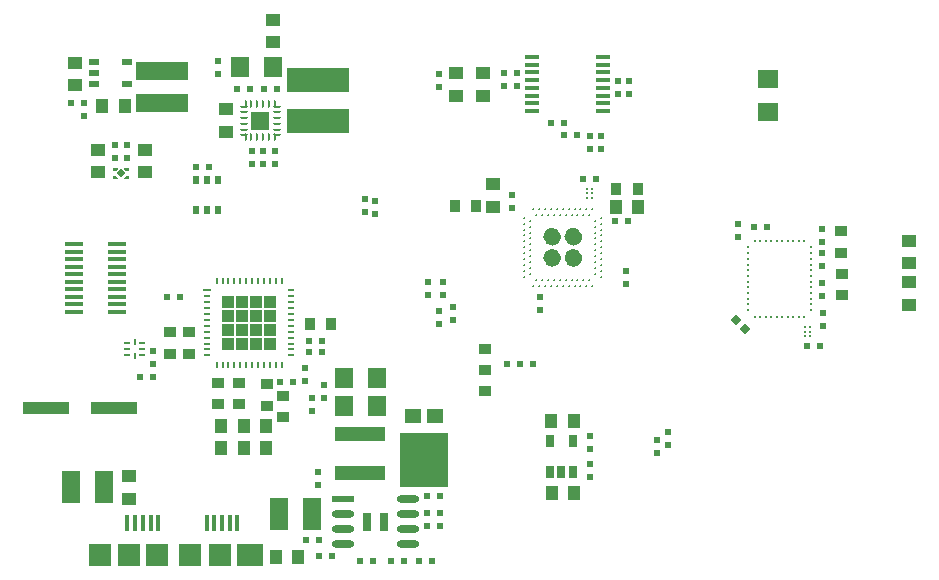
<source format=gtp>
G04*
G04 #@! TF.GenerationSoftware,Altium Limited,Altium Designer,18.1.7 (191)*
G04*
G04 Layer_Color=8421504*
%FSLAX44Y44*%
%MOMM*%
G71*
G01*
G75*
%ADD17C,1.0000*%
%ADD18R,0.3999X1.2000*%
%ADD19R,1.0000X1.0000*%
%ADD20R,1.0000X1.0000*%
%ADD21R,1.0000X1.0000*%
%ADD22R,1.0000X1.0000*%
%ADD23R,1.0000X1.0000*%
%ADD24R,0.7000X1.6000*%
%ADD25R,0.7000X1.6000*%
%ADD26R,0.6000X0.6000*%
%ADD27R,1.6000X1.8000*%
G04:AMPARAMS|DCode=28|XSize=0.6mm|YSize=0.2mm|CornerRadius=0.05mm|HoleSize=0mm|Usage=FLASHONLY|Rotation=180.000|XOffset=0mm|YOffset=0mm|HoleType=Round|Shape=RoundedRectangle|*
%AMROUNDEDRECTD28*
21,1,0.6000,0.1000,0,0,180.0*
21,1,0.5000,0.2000,0,0,180.0*
1,1,0.1000,-0.2500,0.0500*
1,1,0.1000,0.2500,0.0500*
1,1,0.1000,0.2500,-0.0500*
1,1,0.1000,-0.2500,-0.0500*
%
%ADD28ROUNDEDRECTD28*%
G04:AMPARAMS|DCode=29|XSize=0.6mm|YSize=0.2mm|CornerRadius=0.05mm|HoleSize=0mm|Usage=FLASHONLY|Rotation=270.000|XOffset=0mm|YOffset=0mm|HoleType=Round|Shape=RoundedRectangle|*
%AMROUNDEDRECTD29*
21,1,0.6000,0.1000,0,0,270.0*
21,1,0.5000,0.2000,0,0,270.0*
1,1,0.1000,-0.0500,-0.2500*
1,1,0.1000,-0.0500,0.2500*
1,1,0.1000,0.0500,0.2500*
1,1,0.1000,0.0500,-0.2500*
%
%ADD29ROUNDEDRECTD29*%
G04:AMPARAMS|DCode=30|XSize=0.25mm|YSize=0.6mm|CornerRadius=0.0625mm|HoleSize=0mm|Usage=FLASHONLY|Rotation=0.000|XOffset=0mm|YOffset=0mm|HoleType=Round|Shape=RoundedRectangle|*
%AMROUNDEDRECTD30*
21,1,0.2500,0.4750,0,0,0.0*
21,1,0.1250,0.6000,0,0,0.0*
1,1,0.1250,0.0625,-0.2375*
1,1,0.1250,-0.0625,-0.2375*
1,1,0.1250,-0.0625,0.2375*
1,1,0.1250,0.0625,0.2375*
%
%ADD30ROUNDEDRECTD30*%
G04:AMPARAMS|DCode=31|XSize=0.25mm|YSize=0.6mm|CornerRadius=0.0625mm|HoleSize=0mm|Usage=FLASHONLY|Rotation=270.000|XOffset=0mm|YOffset=0mm|HoleType=Round|Shape=RoundedRectangle|*
%AMROUNDEDRECTD31*
21,1,0.2500,0.4750,0,0,270.0*
21,1,0.1250,0.6000,0,0,270.0*
1,1,0.1250,-0.2375,-0.0625*
1,1,0.1250,-0.2375,0.0625*
1,1,0.1250,0.2375,0.0625*
1,1,0.1250,0.2375,-0.0625*
%
%ADD31ROUNDEDRECTD31*%
G04:AMPARAMS|DCode=32|XSize=1.55mm|YSize=1.55mm|CornerRadius=0.019mm|HoleSize=0mm|Usage=FLASHONLY|Rotation=270.000|XOffset=0mm|YOffset=0mm|HoleType=Round|Shape=RoundedRectangle|*
%AMROUNDEDRECTD32*
21,1,1.5500,1.5120,0,0,270.0*
21,1,1.5120,1.5500,0,0,270.0*
1,1,0.0380,-0.7560,-0.7560*
1,1,0.0380,-0.7560,0.7560*
1,1,0.0380,0.7560,0.7560*
1,1,0.0380,0.7560,-0.7560*
%
%ADD32ROUNDEDRECTD32*%
%ADD33R,5.3000X2.0000*%
G04:AMPARAMS|DCode=34|XSize=0.25mm|YSize=0.25mm|CornerRadius=0.0625mm|HoleSize=0mm|Usage=FLASHONLY|Rotation=90.000|XOffset=0mm|YOffset=0mm|HoleType=Round|Shape=RoundedRectangle|*
%AMROUNDEDRECTD34*
21,1,0.2500,0.1250,0,0,90.0*
21,1,0.1250,0.2500,0,0,90.0*
1,1,0.1250,0.0625,0.0625*
1,1,0.1250,0.0625,-0.0625*
1,1,0.1250,-0.0625,-0.0625*
1,1,0.1250,-0.0625,0.0625*
%
%ADD34ROUNDEDRECTD34*%
%ADD35R,1.0000X0.9000*%
%ADD36R,0.6000X0.6000*%
%ADD37R,0.4900X0.1900*%
%ADD38R,0.1900X0.4900*%
%ADD39R,0.2200X0.2500*%
%ADD40P,0.6788X4X180.0*%
%ADD41R,0.7000X1.0000*%
%ADD42R,0.7000X1.0000*%
%ADD43R,0.9000X0.6000*%
%ADD44R,1.0000X1.3000*%
%ADD45R,0.6500X0.2500*%
%ADD46O,0.6500X0.2500*%
%ADD47O,0.2500X0.6500*%
%ADD48R,1.3000X1.0000*%
%ADD49C,0.2500*%
%ADD50R,1.2000X0.3000*%
%ADD51R,0.9000X1.0000*%
%ADD52R,1.8000X1.6000*%
%ADD53R,4.5000X1.6000*%
%ADD54R,1.3000X1.1000*%
%ADD55R,4.0000X1.0000*%
%ADD56R,1.4500X1.1500*%
%ADD57R,4.1500X4.6500*%
%ADD58R,1.6000X2.7000*%
%ADD59C,0.1800*%
%ADD60R,4.2000X1.2000*%
%ADD61R,1.9000X0.6000*%
%ADD62O,1.9000X0.6000*%
%ADD63R,0.6000X0.8000*%
%ADD64P,0.8485X4X360.0*%
%ADD65R,1.9000X1.9000*%
%ADD66R,0.4000X1.4000*%
%ADD67R,2.3000X1.9000*%
%ADD68R,1.6000X0.4000*%
%ADD69R,1.6000X0.4000*%
G36*
X87200Y336499D02*
X88998Y334702D01*
X89000Y334000D01*
X85000D01*
Y336500D01*
X87200Y336499D01*
D02*
G37*
G36*
X88998Y342298D02*
X87200Y340501D01*
X85000Y340500D01*
Y343000D01*
X89000D01*
X88998Y342298D01*
D02*
G37*
G36*
X98000Y334000D02*
X93300Y334001D01*
X95800Y336499D01*
X98000Y336500D01*
Y334000D01*
D02*
G37*
G36*
Y340500D02*
X95800Y340501D01*
X94002Y342298D01*
X94000Y343000D01*
X98000D01*
Y340500D01*
D02*
G37*
D17*
X459000Y267000D02*
G03*
X459000Y267000I-2500J0D01*
G01*
Y285000D02*
G03*
X459000Y285000I-2500J0D01*
G01*
X477000D02*
G03*
X477000Y285000I-2500J0D01*
G01*
Y267000D02*
G03*
X477000Y267000I-2500J0D01*
G01*
D18*
X214748Y383002D02*
D03*
X204250Y383000D02*
D03*
D19*
X206000Y218000D02*
D03*
X194000Y206000D02*
D03*
X218000Y230000D02*
D03*
X206000D02*
D03*
X182000Y206000D02*
D03*
Y194000D02*
D03*
X194000D02*
D03*
X218000Y206000D02*
D03*
Y218000D02*
D03*
D20*
X194000D02*
D03*
X206000Y206000D02*
D03*
D21*
X194000Y230000D02*
D03*
X206000Y194000D02*
D03*
D22*
X182000Y230000D02*
D03*
X218000Y194000D02*
D03*
D23*
X182000Y218000D02*
D03*
D24*
X299750Y43750D02*
D03*
D25*
X314250Y43500D02*
D03*
D26*
X60500Y387500D02*
D03*
Y398500D02*
D03*
X221500Y346500D02*
D03*
Y357500D02*
D03*
X96901Y351500D02*
D03*
Y362500D02*
D03*
X685750Y209500D02*
D03*
Y220500D02*
D03*
X488333Y105000D02*
D03*
Y116000D02*
D03*
X86500Y351500D02*
D03*
Y362500D02*
D03*
X488333Y81500D02*
D03*
Y92500D02*
D03*
X298000Y317000D02*
D03*
Y306000D02*
D03*
X306500Y315000D02*
D03*
Y304000D02*
D03*
X119000Y177500D02*
D03*
Y188500D02*
D03*
X488333Y370000D02*
D03*
Y359000D02*
D03*
X263000Y148500D02*
D03*
Y159500D02*
D03*
X427000Y412500D02*
D03*
Y423500D02*
D03*
X361000Y211000D02*
D03*
Y222000D02*
D03*
X422500Y309500D02*
D03*
Y320500D02*
D03*
X555000Y108500D02*
D03*
Y119500D02*
D03*
X545000Y101500D02*
D03*
Y112500D02*
D03*
X685250Y235000D02*
D03*
Y246000D02*
D03*
Y260000D02*
D03*
Y271000D02*
D03*
X613515Y295370D02*
D03*
Y284370D02*
D03*
X202500Y346500D02*
D03*
Y357500D02*
D03*
X685250Y291500D02*
D03*
Y280500D02*
D03*
X446500Y233500D02*
D03*
Y222500D02*
D03*
X212000Y357500D02*
D03*
Y346500D02*
D03*
X519500Y245000D02*
D03*
Y256000D02*
D03*
X360500Y422376D02*
D03*
Y411376D02*
D03*
X416000Y412500D02*
D03*
Y423500D02*
D03*
X522000Y416500D02*
D03*
Y405500D02*
D03*
X361500Y40000D02*
D03*
Y51000D02*
D03*
X498000Y370000D02*
D03*
Y359000D02*
D03*
X253000Y148500D02*
D03*
Y137500D02*
D03*
X258000Y74500D02*
D03*
Y85500D02*
D03*
X373000Y214500D02*
D03*
Y225500D02*
D03*
X512000Y416500D02*
D03*
Y405500D02*
D03*
X350500Y51000D02*
D03*
Y40000D02*
D03*
X174000Y434000D02*
D03*
Y423000D02*
D03*
X364000Y235500D02*
D03*
Y246500D02*
D03*
X351500Y235500D02*
D03*
Y246500D02*
D03*
X247000Y173500D02*
D03*
Y162500D02*
D03*
D27*
X192000Y428500D02*
D03*
X220000D02*
D03*
X308000Y142000D02*
D03*
X280000D02*
D03*
X308000Y165000D02*
D03*
X280000D02*
D03*
D28*
X223500Y371000D02*
D03*
X195500D02*
D03*
Y395000D02*
D03*
X223500D02*
D03*
D29*
X221500Y369000D02*
D03*
X197500D02*
D03*
Y397000D02*
D03*
X221500D02*
D03*
D30*
X217000D02*
D03*
X212000D02*
D03*
X207000D02*
D03*
X202000D02*
D03*
Y369000D02*
D03*
X207000D02*
D03*
X212000D02*
D03*
X217000D02*
D03*
D31*
X195500Y390500D02*
D03*
Y385500D02*
D03*
Y380500D02*
D03*
Y375500D02*
D03*
X223500D02*
D03*
Y380500D02*
D03*
Y385500D02*
D03*
Y390500D02*
D03*
D32*
X209500Y383000D02*
D03*
D33*
X258000Y383000D02*
D03*
Y418000D02*
D03*
D34*
X488000Y248250D02*
D03*
X483000D02*
D03*
X478000D02*
D03*
X473000D02*
D03*
X468000D02*
D03*
X463000D02*
D03*
X458000D02*
D03*
X453000D02*
D03*
X448000D02*
D03*
X443000D02*
D03*
X437750Y253500D02*
D03*
Y258500D02*
D03*
Y263500D02*
D03*
Y268500D02*
D03*
Y273500D02*
D03*
Y278500D02*
D03*
Y283500D02*
D03*
Y288500D02*
D03*
Y293500D02*
D03*
Y298500D02*
D03*
X443000Y303750D02*
D03*
X448000D02*
D03*
X453000D02*
D03*
X458000D02*
D03*
X463000D02*
D03*
X468000D02*
D03*
X473000D02*
D03*
X478000D02*
D03*
X483000D02*
D03*
X488000D02*
D03*
X493250Y298500D02*
D03*
Y293500D02*
D03*
Y288500D02*
D03*
Y283500D02*
D03*
Y278500D02*
D03*
Y273500D02*
D03*
Y268500D02*
D03*
Y263500D02*
D03*
Y258500D02*
D03*
Y253500D02*
D03*
X490500Y243250D02*
D03*
X485500D02*
D03*
X480500D02*
D03*
X475500D02*
D03*
X470500D02*
D03*
X465500D02*
D03*
X460500D02*
D03*
X455500D02*
D03*
X450500D02*
D03*
X445500D02*
D03*
X440500D02*
D03*
X432750Y251000D02*
D03*
Y256000D02*
D03*
Y261000D02*
D03*
Y266000D02*
D03*
Y271000D02*
D03*
Y276000D02*
D03*
Y281000D02*
D03*
Y286000D02*
D03*
Y291000D02*
D03*
Y296000D02*
D03*
Y301000D02*
D03*
X440500Y308750D02*
D03*
X445500D02*
D03*
X450500D02*
D03*
X455500D02*
D03*
X460500D02*
D03*
X465500D02*
D03*
X470500D02*
D03*
X475500D02*
D03*
X480500D02*
D03*
X485500D02*
D03*
X490500D02*
D03*
X498250Y301000D02*
D03*
Y296000D02*
D03*
Y291000D02*
D03*
Y286000D02*
D03*
Y281000D02*
D03*
Y276000D02*
D03*
Y271000D02*
D03*
Y266000D02*
D03*
Y261000D02*
D03*
Y256000D02*
D03*
Y251000D02*
D03*
D35*
X399500Y154000D02*
D03*
Y172000D02*
D03*
D03*
Y190000D02*
D03*
X701500Y289500D02*
D03*
Y271500D02*
D03*
X702000Y235500D02*
D03*
Y253500D02*
D03*
X149000Y204000D02*
D03*
Y186000D02*
D03*
X133000Y204000D02*
D03*
Y186000D02*
D03*
X191000Y161000D02*
D03*
Y143000D02*
D03*
X174000Y161000D02*
D03*
Y143000D02*
D03*
X228500Y132500D02*
D03*
Y150500D02*
D03*
X215000Y160000D02*
D03*
Y142000D02*
D03*
D36*
X440000Y177500D02*
D03*
X429000D02*
D03*
X118439Y165939D02*
D03*
X107439D02*
D03*
X60500Y398500D02*
D03*
X49500D02*
D03*
X466500Y381000D02*
D03*
X455500D02*
D03*
X429000Y177499D02*
D03*
X418000D02*
D03*
X237500Y162000D02*
D03*
X226500D02*
D03*
X130500Y234000D02*
D03*
X141500D02*
D03*
X493500Y334000D02*
D03*
X482500D02*
D03*
X672000Y192500D02*
D03*
X683000D02*
D03*
X520500Y298250D02*
D03*
X509500D02*
D03*
X638209Y293000D02*
D03*
X627209D02*
D03*
X343500Y10000D02*
D03*
X354500D02*
D03*
X304500Y10000D02*
D03*
X293500D02*
D03*
X248500Y28000D02*
D03*
X259500D02*
D03*
X259500Y14500D02*
D03*
X270500D02*
D03*
X331500Y10000D02*
D03*
X320500D02*
D03*
X261500Y196500D02*
D03*
X250500D02*
D03*
X261500Y187000D02*
D03*
X250500D02*
D03*
X350500Y65500D02*
D03*
X361500D02*
D03*
X223500Y410000D02*
D03*
X212500D02*
D03*
X201000D02*
D03*
X190000D02*
D03*
X155300Y344000D02*
D03*
X166300D02*
D03*
X477500Y370750D02*
D03*
X466500D02*
D03*
D37*
X97000Y195000D02*
D03*
X109000Y185000D02*
D03*
Y190000D02*
D03*
Y195000D02*
D03*
X97000Y185000D02*
D03*
Y190000D02*
D03*
D38*
X103000Y196000D02*
D03*
Y184000D02*
D03*
D39*
X86100Y335250D02*
D03*
Y341750D02*
D03*
X96900D02*
D03*
Y335250D02*
D03*
D40*
X91500Y338500D02*
D03*
D41*
X464333Y86000D02*
D03*
X473832D02*
D03*
X454833Y112000D02*
D03*
X473832D02*
D03*
D42*
X454833Y86000D02*
D03*
D43*
X68500Y423500D02*
D03*
Y433000D02*
D03*
Y414000D02*
D03*
X96500D02*
D03*
Y433000D02*
D03*
D44*
X456333Y68000D02*
D03*
X475333D02*
D03*
X455833Y129000D02*
D03*
X474833D02*
D03*
X195500Y106000D02*
D03*
X176500D02*
D03*
X195500Y125000D02*
D03*
X176500D02*
D03*
X214500D02*
D03*
X195500D02*
D03*
X214500Y106000D02*
D03*
X195500D02*
D03*
X241500Y13500D02*
D03*
X222500D02*
D03*
X94500Y395500D02*
D03*
X75500D02*
D03*
X510500Y310500D02*
D03*
X529500D02*
D03*
D45*
X164750Y239500D02*
D03*
D46*
Y234500D02*
D03*
Y229500D02*
D03*
Y224500D02*
D03*
Y219500D02*
D03*
Y214500D02*
D03*
Y209500D02*
D03*
Y204500D02*
D03*
Y199500D02*
D03*
Y194500D02*
D03*
Y189500D02*
D03*
Y184500D02*
D03*
X235250D02*
D03*
Y189500D02*
D03*
Y194500D02*
D03*
Y199500D02*
D03*
Y204500D02*
D03*
Y209500D02*
D03*
Y214500D02*
D03*
Y219500D02*
D03*
Y224500D02*
D03*
Y229500D02*
D03*
Y234500D02*
D03*
Y239500D02*
D03*
D47*
X172500Y176750D02*
D03*
X177500D02*
D03*
X182500D02*
D03*
X187500D02*
D03*
X192500D02*
D03*
X197500D02*
D03*
X202500D02*
D03*
X207500D02*
D03*
X212500D02*
D03*
X217500D02*
D03*
X222500D02*
D03*
X227500D02*
D03*
Y247250D02*
D03*
X222500D02*
D03*
X217500D02*
D03*
X212500D02*
D03*
X207500D02*
D03*
X202500D02*
D03*
X197500D02*
D03*
X192500D02*
D03*
X187500D02*
D03*
X182500D02*
D03*
X177500D02*
D03*
X172500D02*
D03*
D48*
X98000Y63000D02*
D03*
Y82000D02*
D03*
X406500Y310500D02*
D03*
Y329500D02*
D03*
X52500Y432000D02*
D03*
Y413000D02*
D03*
X111500Y358500D02*
D03*
Y339500D02*
D03*
X180500Y374000D02*
D03*
Y393000D02*
D03*
X758500Y246500D02*
D03*
Y227500D02*
D03*
X72000Y358500D02*
D03*
Y339500D02*
D03*
X758500Y262500D02*
D03*
Y281500D02*
D03*
X220000Y449635D02*
D03*
Y468635D02*
D03*
D49*
X670500Y208500D02*
D03*
Y204500D02*
D03*
Y200500D02*
D03*
X674500Y208500D02*
D03*
Y204500D02*
D03*
Y200500D02*
D03*
X490417Y317571D02*
D03*
Y321571D02*
D03*
Y325570D02*
D03*
X486417Y317571D02*
D03*
Y321571D02*
D03*
Y325570D02*
D03*
D50*
X439500Y437000D02*
D03*
Y430500D02*
D03*
Y424000D02*
D03*
Y417500D02*
D03*
Y411000D02*
D03*
Y404500D02*
D03*
Y398000D02*
D03*
Y391500D02*
D03*
X499500D02*
D03*
Y398000D02*
D03*
Y404500D02*
D03*
Y411000D02*
D03*
Y417500D02*
D03*
Y424000D02*
D03*
Y430500D02*
D03*
Y437000D02*
D03*
D51*
X374500Y311000D02*
D03*
X392500D02*
D03*
X529000Y325000D02*
D03*
X511000D02*
D03*
X251500Y211000D02*
D03*
X269500D02*
D03*
D52*
X639500Y390750D02*
D03*
Y418750D02*
D03*
D53*
X126500Y398500D02*
D03*
Y425500D02*
D03*
D54*
X398000Y423376D02*
D03*
Y404376D02*
D03*
X375000D02*
D03*
Y423376D02*
D03*
D55*
X86000Y140000D02*
D03*
X28000D02*
D03*
D56*
X357199Y133500D02*
D03*
X338801D02*
D03*
D57*
X348000Y96000D02*
D03*
D58*
X77500Y73000D02*
D03*
X49500D02*
D03*
X253000Y50000D02*
D03*
X225000D02*
D03*
D59*
X675361Y275829D02*
D03*
Y271012D02*
D03*
Y266195D02*
D03*
Y261378D02*
D03*
Y256562D02*
D03*
Y251744D02*
D03*
Y246928D02*
D03*
Y242111D02*
D03*
Y237293D02*
D03*
Y232477D02*
D03*
Y227660D02*
D03*
Y222843D02*
D03*
X669996Y217326D02*
D03*
X665335D02*
D03*
X660675D02*
D03*
X656013D02*
D03*
X651352D02*
D03*
X646692D02*
D03*
X642030D02*
D03*
X637369D02*
D03*
X632709D02*
D03*
X628047D02*
D03*
X622683Y222843D02*
D03*
Y227660D02*
D03*
Y232477D02*
D03*
Y237293D02*
D03*
Y242111D02*
D03*
Y246928D02*
D03*
Y251744D02*
D03*
Y256562D02*
D03*
Y261378D02*
D03*
Y266195D02*
D03*
Y271012D02*
D03*
Y275829D02*
D03*
X628047Y281346D02*
D03*
X632709D02*
D03*
X637369D02*
D03*
X642030D02*
D03*
X646692D02*
D03*
X651352D02*
D03*
X656013D02*
D03*
X660675D02*
D03*
X665335D02*
D03*
X669996D02*
D03*
D60*
X294000Y84500D02*
D03*
Y117500D02*
D03*
D61*
X279200Y63050D02*
D03*
D62*
Y50350D02*
D03*
Y37650D02*
D03*
Y24950D02*
D03*
X334800Y63050D02*
D03*
Y50350D02*
D03*
Y37650D02*
D03*
Y24950D02*
D03*
D63*
X154871Y307583D02*
D03*
X173871D02*
D03*
X164371Y332583D02*
D03*
Y307583D02*
D03*
X154871Y332583D02*
D03*
X173871D02*
D03*
D64*
X619889Y206611D02*
D03*
X612111Y214389D02*
D03*
D65*
X74000Y15500D02*
D03*
X98000D02*
D03*
X122000D02*
D03*
X150000D02*
D03*
X175000D02*
D03*
D66*
X190000Y42500D02*
D03*
X183500D02*
D03*
X177000D02*
D03*
X170500D02*
D03*
X164000D02*
D03*
X123000D02*
D03*
X116500D02*
D03*
X110000D02*
D03*
X103500D02*
D03*
X97000D02*
D03*
D67*
X201000Y15500D02*
D03*
D68*
X88000Y221425D02*
D03*
X52000D02*
D03*
Y227775D02*
D03*
X88000D02*
D03*
X52000Y234125D02*
D03*
X88000D02*
D03*
X52000Y240475D02*
D03*
X88000D02*
D03*
X52000Y246825D02*
D03*
X88000D02*
D03*
D69*
X52000Y253175D02*
D03*
X88000D02*
D03*
X52000Y259525D02*
D03*
X88000D02*
D03*
X52000Y265875D02*
D03*
X88000D02*
D03*
X52000Y272225D02*
D03*
X88000D02*
D03*
X52000Y278575D02*
D03*
X88000D02*
D03*
M02*

</source>
